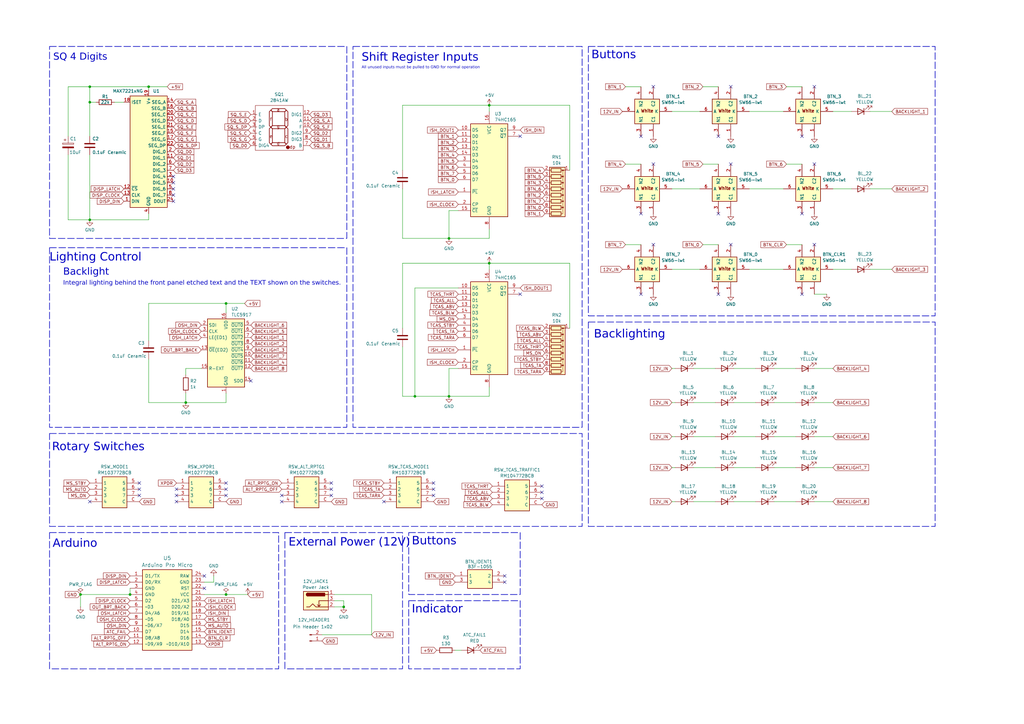
<source format=kicad_sch>
(kicad_sch (version 20231120) (generator "eeschema") (generator_version "8.0")
  (paper "A3")
  (title_block (title "A320 ATC-TCAS") (date "2024-12-20") (rev "V1.0") (company "S.K."))
  (junction (at 170.18 162.56))
  (junction (at 36.83 90.17))
  (junction (at 184.15 162.56))
  (junction (at 200.66 107.95))
  (junction (at 200.66 43.18))
  (junction (at 140.97 248.92))
  (junction (at 33.02 243.84))
  (junction (at 60.96 35.56))
  (junction (at 76.2 165.1))
  (junction (at 36.83 41.91))
  (junction (at 184.15 97.79))
  (junction (at 92.71 124.46))
  (junction (at 92.71 243.84))
  (junction (at 53.34 243.84))
  (junction (at 36.83 35.56))
  (no_connect (at 267.97 35.56))
  (no_connect (at 213.36 55.88))
  (no_connect (at 36.83 205.74))
  (no_connect (at 328.93 87.63))
  (no_connect (at 72.39 200.66))
  (no_connect (at 294.64 87.63))
  (no_connect (at 92.71 198.12))
  (no_connect (at 299.72 35.56))
  (no_connect (at 135.89 203.2))
  (no_connect (at 334.01 35.56))
  (no_connect (at 57.15 203.2))
  (no_connect (at 71.12 80.01))
  (no_connect (at 222.25 204.47))
  (no_connect (at 267.97 67.31))
  (no_connect (at 83.82 236.22))
  (no_connect (at 207.01 238.76))
  (no_connect (at 71.12 82.55))
  (no_connect (at 262.89 87.63))
  (no_connect (at 213.36 120.65))
  (no_connect (at 222.25 201.93))
  (no_connect (at 334.01 100.33))
  (no_connect (at 115.57 205.74))
  (no_connect (at 294.64 55.88))
  (no_connect (at 57.15 200.66))
  (no_connect (at 267.97 100.33))
  (no_connect (at 328.93 120.65))
  (no_connect (at 102.87 156.21))
  (no_connect (at 135.89 198.12))
  (no_connect (at 57.15 198.12))
  (no_connect (at 135.89 200.66))
  (no_connect (at 92.71 200.66))
  (no_connect (at 328.93 55.88))
  (no_connect (at 207.01 236.22))
  (no_connect (at 157.48 205.74))
  (no_connect (at 71.12 74.93))
  (no_connect (at 334.01 67.31))
  (no_connect (at 83.82 241.3))
  (no_connect (at 177.8 198.12))
  (no_connect (at 294.64 120.65))
  (no_connect (at 92.71 203.2))
  (no_connect (at 299.72 67.31))
  (no_connect (at 71.12 77.47))
  (no_connect (at 222.25 199.39))
  (no_connect (at 262.89 55.88))
  (no_connect (at 262.89 120.65))
  (no_connect (at 177.8 200.66))
  (no_connect (at 115.57 203.2))
  (no_connect (at 72.39 203.2))
  (no_connect (at 299.72 100.33))
  (no_connect (at 177.8 203.2))
  (no_connect (at 72.39 205.74))
  (no_connect (at 71.12 72.39))
  (wire (pts (xy 165.1 43.18) (xy 165.1 69.85)))
  (wire (pts (xy 317.5 151.13) (xy 326.39 151.13)))
  (wire (pts (xy 284.48 191.77) (xy 293.37 191.77)))
  (wire (pts (xy 288.29 100.33) (xy 294.64 100.33)))
  (wire (pts (xy 341.63 110.49) (xy 349.25 110.49)))
  (wire (pts (xy 165.1 97.79) (xy 184.15 97.79)))
  (wire (pts (xy 76.2 151.13) (xy 76.2 153.67)))
  (wire (pts (xy 275.59 165.1) (xy 276.86 165.1)))
  (wire (pts (xy 322.58 35.56) (xy 328.93 35.56)))
  (wire (pts (xy 334.01 151.13) (xy 341.63 151.13)))
  (wire (pts (xy 200.66 43.18) (xy 200.66 45.72)))
  (wire (pts (xy 137.16 246.38) (xy 140.97 246.38)))
  (wire (pts (xy 60.96 87.63) (xy 60.96 90.17)))
  (wire (pts (xy 36.83 90.17) (xy 27.94 90.17)))
  (wire (pts (xy 27.94 55.88) (xy 27.94 35.56)))
  (wire (pts (xy 284.48 165.1) (xy 293.37 165.1)))
  (wire (pts (xy 300.99 165.1) (xy 309.88 165.1)))
  (wire (pts (xy 322.58 100.33) (xy 328.93 100.33)))
  (wire (pts (xy 132.08 260.35) (xy 152.4 260.35)))
  (wire (pts (xy 165.1 107.95) (xy 200.66 107.95)))
  (wire (pts (xy 284.48 205.74) (xy 293.37 205.74)))
  (wire (pts (xy 317.5 165.1) (xy 326.39 165.1)))
  (wire (pts (xy 170.18 162.56) (xy 184.15 162.56)))
  (wire (pts (xy 256.54 100.33) (xy 262.89 100.33)))
  (wire (pts (xy 165.1 162.56) (xy 170.18 162.56)))
  (wire (pts (xy 275.59 110.49) (xy 287.02 110.49)))
  (wire (pts (xy 317.5 179.07) (xy 326.39 179.07)))
  (wire (pts (xy 184.15 86.36) (xy 184.15 97.79)))
  (wire (pts (xy 275.59 77.47) (xy 287.02 77.47)))
  (wire (pts (xy 137.16 243.84) (xy 152.4 243.84)))
  (wire (pts (xy 275.59 205.74) (xy 276.86 205.74)))
  (wire (pts (xy 200.66 97.79) (xy 200.66 93.98)))
  (wire (pts (xy 33.02 243.84) (xy 53.34 243.84)))
  (wire (pts (xy 284.48 151.13) (xy 293.37 151.13)))
  (wire (pts (xy 165.1 142.24) (xy 165.1 162.56)))
  (wire (pts (xy 184.15 151.13) (xy 187.96 151.13)))
  (wire (pts (xy 341.63 77.47) (xy 349.25 77.47)))
  (wire (pts (xy 200.66 107.95) (xy 200.66 110.49)))
  (wire (pts (xy 36.83 63.5) (xy 36.83 90.17)))
  (wire (pts (xy 341.63 45.72) (xy 349.25 45.72)))
  (wire (pts (xy 60.96 124.46) (xy 92.71 124.46)))
  (wire (pts (xy 184.15 151.13) (xy 184.15 162.56)))
  (wire (pts (xy 356.87 110.49) (xy 365.76 110.49)))
  (wire (pts (xy 317.5 191.77) (xy 326.39 191.77)))
  (wire (pts (xy 92.71 124.46) (xy 100.33 124.46)))
  (wire (pts (xy 200.66 107.95) (xy 233.68 107.95)))
  (wire (pts (xy 36.83 41.91) (xy 36.83 55.88)))
  (wire (pts (xy 184.15 97.79) (xy 200.66 97.79)))
  (wire (pts (xy 137.16 248.92) (xy 140.97 248.92)))
  (wire (pts (xy 300.99 179.07) (xy 309.88 179.07)))
  (wire (pts (xy 275.59 179.07) (xy 276.86 179.07)))
  (wire (pts (xy 53.34 241.3) (xy 53.34 243.84)))
  (wire (pts (xy 233.68 134.62) (xy 233.68 107.95)))
  (wire (pts (xy 334.01 191.77) (xy 341.63 191.77)))
  (wire (pts (xy 200.66 43.18) (xy 233.68 43.18)))
  (wire (pts (xy 300.99 205.74) (xy 309.88 205.74)))
  (wire (pts (xy 60.96 90.17) (xy 36.83 90.17)))
  (wire (pts (xy 233.68 69.85) (xy 233.68 43.18)))
  (wire (pts (xy 83.82 238.76) (xy 87.63 238.76)))
  (wire (pts (xy 256.54 35.56) (xy 262.89 35.56)))
  (wire (pts (xy 300.99 191.77) (xy 309.88 191.77)))
  (wire (pts (xy 184.15 86.36) (xy 187.96 86.36)))
  (wire (pts (xy 60.96 35.56) (xy 60.96 36.83)))
  (wire (pts (xy 39.37 41.91) (xy 36.83 41.91)))
  (wire (pts (xy 36.83 35.56) (xy 60.96 35.56)))
  (wire (pts (xy 76.2 161.29) (xy 76.2 165.1)))
  (wire (pts (xy 165.1 77.47) (xy 165.1 97.79)))
  (wire (pts (xy 200.66 162.56) (xy 200.66 158.75)))
  (wire (pts (xy 256.54 67.31) (xy 262.89 67.31)))
  (wire (pts (xy 60.96 165.1) (xy 76.2 165.1)))
  (wire (pts (xy 334.01 165.1) (xy 341.63 165.1)))
  (wire (pts (xy 27.94 63.5) (xy 27.94 90.17)))
  (wire (pts (xy 184.15 162.56) (xy 200.66 162.56)))
  (wire (pts (xy 36.83 41.91) (xy 36.83 35.56)))
  (wire (pts (xy 60.96 124.46) (xy 60.96 139.7)))
  (wire (pts (xy 76.2 165.1) (xy 92.71 165.1)))
  (wire (pts (xy 82.55 151.13) (xy 76.2 151.13)))
  (wire (pts (xy 307.34 45.72) (xy 321.31 45.72)))
  (wire (pts (xy 288.29 35.56) (xy 294.64 35.56)))
  (wire (pts (xy 170.18 118.11) (xy 170.18 162.56)))
  (wire (pts (xy 46.99 41.91) (xy 50.8 41.91)))
  (wire (pts (xy 165.1 107.95) (xy 165.1 134.62)))
  (wire (pts (xy 288.29 67.31) (xy 294.64 67.31)))
  (wire (pts (xy 92.71 124.46) (xy 92.71 128.27)))
  (wire (pts (xy 68.58 35.56) (xy 60.96 35.56)))
  (wire (pts (xy 87.63 238.76) (xy 87.63 236.22)))
  (wire (pts (xy 275.59 151.13) (xy 276.86 151.13)))
  (wire (pts (xy 60.96 147.32) (xy 60.96 165.1)))
  (wire (pts (xy 334.01 179.07) (xy 341.63 179.07)))
  (wire (pts (xy 307.34 110.49) (xy 321.31 110.49)))
  (wire (pts (xy 356.87 77.47) (xy 365.76 77.47)))
  (wire (pts (xy 307.34 77.47) (xy 321.31 77.47)))
  (wire (pts (xy 140.97 246.38) (xy 140.97 248.92)))
  (wire (pts (xy 322.58 67.31) (xy 328.93 67.31)))
  (wire (pts (xy 92.71 165.1) (xy 92.71 161.29)))
  (wire (pts (xy 275.59 45.72) (xy 287.02 45.72)))
  (wire (pts (xy 317.5 205.74) (xy 326.39 205.74)))
  (wire (pts (xy 83.82 243.84) (xy 92.71 243.84)))
  (wire (pts (xy 33.02 248.92) (xy 33.02 243.84)))
  (wire (pts (xy 275.59 191.77) (xy 276.86 191.77)))
  (wire (pts (xy 152.4 243.84) (xy 152.4 260.35)))
  (wire (pts (xy 334.01 120.65) (xy 339.09 120.65)))
  (wire (pts (xy 300.99 151.13) (xy 309.88 151.13)))
  (wire (pts (xy 27.94 35.56) (xy 36.83 35.56)))
  (wire (pts (xy 284.48 179.07) (xy 293.37 179.07)))
  (wire (pts (xy 187.96 118.11) (xy 170.18 118.11)))
  (wire (pts (xy 334.01 205.74) (xy 341.63 205.74)))
  (wire (pts (xy 92.71 243.84) (xy 101.6 243.84)))
  (wire (pts (xy 165.1 43.18) (xy 200.66 43.18)))
  (wire (pts (xy 356.87 45.72) (xy 365.76 45.72)))
  (wire (pts (xy 186.69 266.7) (xy 189.23 266.7)))
  (rectangle (start 144.78 19.05) (end 238.76 175.26) (stroke (width 0.254) (type dash)))
  (rectangle (start 116.84 218.44) (end 165.1 274.32) (stroke (width 0.254) (type dash)))
  (rectangle (start 167.64 218.44) (end 213.36 243.84) (stroke (width 0.254) (type dash)))
  (rectangle (start 20.32 101.6) (end 142.24 175.26) (stroke (width 0.254) (type dash)))
  (rectangle (start 20.32 218.44) (end 114.3 274.32) (stroke (width 0.254) (type dash)))
  (rectangle (start 20.32 177.8) (end 238.76 215.9) (stroke (width 0.254) (type dash)))
  (rectangle (start 241.2999 132.08) (end 383.54 215.9) (stroke (width 0.254) (type dash)))
  (rectangle (start 20.32 19.05) (end 142.24 97.79) (stroke (width 0.254) (type dash)))
  (rectangle (start 167.64 246.38) (end 213.36 274.32) (stroke (width 0.254) (type dash)))
  (rectangle (start 241.3 19.05) (end 383.54 129.54) (stroke (width 0.254) (type dash)))
  (text "White" (at 331.47 110.49 0) (effects (font (size 1.27 1.27) (thickness 0.254) (bold yes))))
  (text "Shift Register Inputs" (at 148.336 22.606 0) (effects (font (size 3.3782 3.3782)) (justify left top)))
  (text "White" (at 265.43 77.47 0) (effects (font (size 1.27 1.27) (thickness 0.254) (bold yes))))
  (text "White" (at 265.43 110.49 0) (effects (font (size 1.27 1.27) (thickness 0.254) (bold yes))))
  (text "Indicator" (at 168.91 248.92 0) (effects (font (size 3.3782 3.3782)) (justify left top)))
  (text "External Power (12V)" (at 118.364 221.488 0) (effects (font (size 3.3782 3.3782)) (justify left top)))
  (text "Integral lighting behind the front panel etched text and the TEXT shown on the switches." (at 25.908 115.6208 0) (effects (font (size 1.8288 1.8288)) (justify left top)))
  (text "Rotary Switches" (at 21.336 182.372 0) (effects (font (size 3.3782 3.3782)) (justify left top)))
  (text "White" (at 297.18 110.49 0) (effects (font (size 1.27 1.27) (thickness 0.254) (bold yes))))
  (text "White" (at 265.43 45.72 0) (effects (font (size 1.27 1.27) (thickness 0.254) (bold yes))))
  (text "White" (at 297.18 77.47 0) (effects (font (size 1.27 1.27) (thickness 0.254) (bold yes))))
  (text "SQ 4 Digits" (at 21.844 22.606 0) (effects (font (size 2.8448 2.8448)) (justify left top)))
  (text "All unused inputs must be pulled to GND for normal operation" (at 148.336 27.4066 0) (effects (font (size 1.1176 1.1176)) (justify left top)))
  (text "Backlight" (at 25.908 110.744 0) (effects (font (size 2.8956 2.8956)) (justify left top)))
  (text "Buttons" (at 168.91 220.98 0) (effects (font (size 3.3782 3.3782)) (justify left top)))
  (text "Buttons" (at 242.57 21.59 0) (effects (font (size 3.3782 3.3782)) (justify left top)))
  (text "White" (at 331.47 77.47 0) (effects (font (size 1.27 1.27) (thickness 0.254) (bold yes))))
  (text "Backlighting" (at 243.586 136.144 0) (effects (font (size 3.3782 3.3782)) (justify left top)))
  (text "Lighting Control" (at 20.32 104.5718 0) (effects (font (size 3.3782 3.3782)) (justify left top)))
  (text "White" (at 297.18 45.72 0) (effects (font (size 1.27 1.27) (thickness 0.254) (bold yes))))
  (text "Arduino" (at 21.59 221.996 0) (effects (font (size 3.3782 3.3782)) (justify left top)))
  (text "White" (at 331.47 45.72 0) (effects (font (size 1.27 1.27) (thickness 0.254) (bold yes))))
  (global_label "TCAS_TA" (shape input) (at 157.48 200.66 180) (property "Intersheetrefs" "${INTERSHEET_REFS}" (effects (hide yes))))
  (global_label "BTN_4" (shape input) (at 187.96 63.5 180) (property "Intersheetrefs" "${INTERSHEET_REFS}" (effects (hide yes))))
  (global_label "BTN_IDENT" (shape input) (at 83.82 259.08 0) (property "Intersheetrefs" "${INTERSHEET_REFS}" (effects (hide yes))))
  (global_label "BTN_1" (shape input) (at 187.96 55.88 180) (property "Intersheetrefs" "${INTERSHEET_REFS}" (effects (hide yes))))
  (global_label "TCAS_STBY" (shape input) (at 187.96 133.35 180) (property "Intersheetrefs" "${INTERSHEET_REFS}" (effects (hide yes))))
  (global_label "ISH_LATCH" (shape input) (at 187.96 143.51 180) (property "Intersheetrefs" "${INTERSHEET_REFS}" (effects (hide yes))))
  (global_label "ISH_CLOCK" (shape input) (at 83.82 248.92 0) (property "Intersheetrefs" "${INTERSHEET_REFS}" (effects (hide yes))))
  (global_label "TCAS_TARA" (shape input) (at 157.48 203.2 180) (property "Intersheetrefs" "${INTERSHEET_REFS}" (effects (hide yes))))
  (global_label "BTN_0" (shape input) (at 187.96 73.66 180) (property "Intersheetrefs" "${INTERSHEET_REFS}" (effects (hide yes))))
  (global_label "BACKLIGHT_2" (shape input) (at 365.76 77.47 0) (property "Intersheetrefs" "${INTERSHEET_REFS}" (effects (hide yes))))
  (global_label "SQ_D2" (shape input) (at 127 54.61 0) (property "Intersheetrefs" "${INTERSHEET_REFS}" (effects (hide yes))))
  (global_label "ISH_DIN" (shape input) (at 213.36 53.34 0) (property "Intersheetrefs" "${INTERSHEET_REFS}" (effects (hide yes))))
  (global_label "BTN_1" (shape input) (at 223.52 87.63 180) (property "Intersheetrefs" "${INTERSHEET_REFS}" (effects (hide yes))))
  (global_label "SQ_S_C" (shape input) (at 102.87 54.61 180) (property "Intersheetrefs" "${INTERSHEET_REFS}" (effects (hide yes))))
  (global_label "OSH_LATCH" (shape input) (at 82.55 138.43 180) (property "Intersheetrefs" "${INTERSHEET_REFS}" (effects (hide yes))))
  (global_label "GND" (shape input) (at 33.02 243.84 180) (property "Intersheetrefs" "${INTERSHEET_REFS}" (effects (hide yes))))
  (global_label "SQ_S_A" (shape input) (at 71.12 41.91 0) (property "Intersheetrefs" "${INTERSHEET_REFS}" (effects (hide yes))))
  (global_label "TCAS_ALL" (shape input) (at 187.96 123.19 180) (property "Intersheetrefs" "${INTERSHEET_REFS}" (effects (hide yes))))
  (global_label "OSH_LATCH" (shape input) (at 53.34 251.46 180) (property "Intersheetrefs" "${INTERSHEET_REFS}" (effects (hide yes))))
  (global_label "BTN_4" (shape input) (at 223.52 69.85 180) (property "Intersheetrefs" "${INTERSHEET_REFS}" (effects (hide yes))))
  (global_label "BTN_6" (shape input) (at 223.52 77.47 180) (property "Intersheetrefs" "${INTERSHEET_REFS}" (effects (hide yes))))
  (global_label "ALT_RPTG_ON" (shape input) (at 53.34 264.16 180) (property "Intersheetrefs" "${INTERSHEET_REFS}" (effects (hide yes))))
  (global_label "OUT_BRT_BACK" (shape input) (at 53.34 248.92 180) (property "Intersheetrefs" "${INTERSHEET_REFS}" (effects (hide yes))))
  (global_label "TCAS_BLW" (shape input) (at 187.96 128.27 180) (property "Intersheetrefs" "${INTERSHEET_REFS}" (effects (hide yes))))
  (global_label "BACKLIGHT_1" (shape input) (at 102.87 138.43 0) (property "Intersheetrefs" "${INTERSHEET_REFS}" (effects (hide yes))))
  (global_label "SQ_S_F" (shape input) (at 71.12 54.61 0) (property "Intersheetrefs" "${INTERSHEET_REFS}" (effects (hide yes))))
  (global_label "ATC_FAIL" (shape input) (at 53.34 259.08 180) (property "Intersheetrefs" "${INTERSHEET_REFS}" (effects (hide yes))))
  (global_label "OSH_DIN" (shape input) (at 53.34 256.54 180) (property "Intersheetrefs" "${INTERSHEET_REFS}" (effects (hide yes))))
  (global_label "TCAS_THRT" (shape input) (at 201.93 199.39 180) (property "Intersheetrefs" "${INTERSHEET_REFS}" (effects (hide yes))))
  (global_label "ATC_FAIL" (shape input) (at 196.85 266.7 0) (property "Intersheetrefs" "${INTERSHEET_REFS}" (effects (hide yes))))
  (global_label "MS_AUTO" (shape input) (at 83.82 256.54 0) (property "Intersheetrefs" "${INTERSHEET_REFS}" (effects (hide yes))))
  (global_label "SQ_D1" (shape input) (at 127 57.15 0) (property "Intersheetrefs" "${INTERSHEET_REFS}" (effects (hide yes))))
  (global_label "BTN_1" (shape input) (at 256.54 35.56 180) (property "Intersheetrefs" "${INTERSHEET_REFS}" (effects (hide yes))))
  (global_label "12V_IN" (shape input) (at 275.59 179.07 180) (property "Intersheetrefs" "${INTERSHEET_REFS}" (effects (hide yes))))
  (global_label "SQ_S_DP" (shape input) (at 71.12 59.69 0) (property "Intersheetrefs" "${INTERSHEET_REFS}" (effects (hide yes))))
  (global_label "SQ_D3" (shape input) (at 127 46.99 0) (property "Intersheetrefs" "${INTERSHEET_REFS}" (effects (hide yes))))
  (global_label "BACKLIGHT_3" (shape input) (at 365.76 110.49 0) (property "Intersheetrefs" "${INTERSHEET_REFS}" (effects (hide yes))))
  (global_label "BACKLIGHT_8" (shape input) (at 341.63 205.74 0) (property "Intersheetrefs" "${INTERSHEET_REFS}" (effects (hide yes))))
  (global_label "DISP_CLOCK" (shape input) (at 50.8 80.01 180) (property "Intersheetrefs" "${INTERSHEET_REFS}" (effects (hide yes))))
  (global_label "MS_ON" (shape input) (at 223.52 144.78 180) (property "Intersheetrefs" "${INTERSHEET_REFS}" (effects (hide yes))))
  (global_label "BTN_CLR" (shape input) (at 322.58 100.33 180) (property "Intersheetrefs" "${INTERSHEET_REFS}" (effects (hide yes))))
  (global_label "BTN_5" (shape input) (at 223.52 72.39 180) (property "Intersheetrefs" "${INTERSHEET_REFS}" (effects (hide yes))))
  (global_label "12V_IN" (shape input) (at 275.59 151.13 180) (property "Intersheetrefs" "${INTERSHEET_REFS}" (effects (hide yes))))
  (global_label "BACKLIGHT_1" (shape input) (at 365.76 45.72 0) (property "Intersheetrefs" "${INTERSHEET_REFS}" (effects (hide yes))))
  (global_label "SQ_S_C" (shape input) (at 71.12 46.99 0) (property "Intersheetrefs" "${INTERSHEET_REFS}" (effects (hide yes))))
  (global_label "OSH_CLOCK" (shape input) (at 82.55 135.89 180) (property "Intersheetrefs" "${INTERSHEET_REFS}" (effects (hide yes))))
  (global_label "TCAS_TA" (shape input) (at 223.52 149.86 180) (property "Intersheetrefs" "${INTERSHEET_REFS}" (effects (hide yes))))
  (global_label "BTN_IDENT" (shape input) (at 186.69 236.22 180) (property "Intersheetrefs" "${INTERSHEET_REFS}" (effects (hide yes))))
  (global_label "+5V" (shape input) (at 179.07 266.7 180) (property "Intersheetrefs" "${INTERSHEET_REFS}" (effects (hide yes))))
  (global_label "BTN_2" (shape input) (at 223.52 80.01 180) (property "Intersheetrefs" "${INTERSHEET_REFS}" (effects (hide yes))))
  (global_label "12V_IN" (shape input) (at 275.59 191.77 180) (property "Intersheetrefs" "${INTERSHEET_REFS}" (effects (hide yes))))
  (global_label "GND" (shape input) (at 135.89 205.74 0) (property "Intersheetrefs" "${INTERSHEET_REFS}" (effects (hide yes))))
  (global_label "MS_AUTO" (shape input) (at 36.83 200.66 180) (property "Intersheetrefs" "${INTERSHEET_REFS}" (effects (hide yes))))
  (global_label "BTN_2" (shape input) (at 187.96 58.42 180) (property "Intersheetrefs" "${INTERSHEET_REFS}" (effects (hide yes))))
  (global_label "ALT_RPTG_ON" (shape input) (at 115.57 198.12 180) (property "Intersheetrefs" "${INTERSHEET_REFS}" (effects (hide yes))))
  (global_label "BACKLIGHT_4" (shape input) (at 102.87 148.59 0) (property "Intersheetrefs" "${INTERSHEET_REFS}" (effects (hide yes))))
  (global_label "ISH_DIN" (shape input) (at 83.82 251.46 0) (property "Intersheetrefs" "${INTERSHEET_REFS}" (effects (hide yes))))
  (global_label "+5V" (shape input) (at 100.33 124.46 0) (property "Intersheetrefs" "${INTERSHEET_REFS}" (effects (hide yes))))
  (global_label "BACKLIGHT_8" (shape input) (at 102.87 151.13 0) (property "Intersheetrefs" "${INTERSHEET_REFS}" (effects (hide yes))))
  (global_label "BTN_7" (shape input) (at 187.96 71.12 180) (property "Intersheetrefs" "${INTERSHEET_REFS}" (effects (hide yes))))
  (global_label "GND" (shape input) (at 92.71 205.74 0) (property "Intersheetrefs" "${INTERSHEET_REFS}" (effects (hide yes))))
  (global_label "GND" (shape input) (at 57.15 205.74 0) (property "Intersheetrefs" "${INTERSHEET_REFS}" (effects (hide yes))))
  (global_label "XPDR" (shape input) (at 72.39 198.12 180) (property "Intersheetrefs" "${INTERSHEET_REFS}" (effects (hide yes))))
  (global_label "BTN_4" (shape input) (at 256.54 67.31 180) (property "Intersheetrefs" "${INTERSHEET_REFS}" (effects (hide yes))))
  (global_label "BTN_5" (shape input) (at 187.96 66.04 180) (property "Intersheetrefs" "${INTERSHEET_REFS}" (effects (hide yes))))
  (global_label "SQ_S_B" (shape input) (at 127 59.69 0) (property "Intersheetrefs" "${INTERSHEET_REFS}" (effects (hide yes))))
  (global_label "MS_STBY" (shape input) (at 83.82 254 0) (property "Intersheetrefs" "${INTERSHEET_REFS}" (effects (hide yes))))
  (global_label "SQ_S_D" (shape input) (at 102.87 49.53 180) (property "Intersheetrefs" "${INTERSHEET_REFS}" (effects (hide yes))))
  (global_label "DISP_DIN" (shape input) (at 53.34 236.22 180) (property "Intersheetrefs" "${INTERSHEET_REFS}" (effects (hide yes))))
  (global_label "BACKLIGHT_6" (shape input) (at 341.63 179.07 0) (property "Intersheetrefs" "${INTERSHEET_REFS}" (effects (hide yes))))
  (global_label "SQ_D1" (shape input) (at 71.12 64.77 0) (property "Intersheetrefs" "${INTERSHEET_REFS}" (effects (hide yes))))
  (global_label "ALT_RPTG_OFF" (shape input) (at 115.57 200.66 180) (property "Intersheetrefs" "${INTERSHEET_REFS}" (effects (hide yes))))
  (global_label "TCAS_TARA" (shape input) (at 223.52 152.4 180) (property "Intersheetrefs" "${INTERSHEET_REFS}" (effects (hide yes))))
  (global_label "TCAS_STBY" (shape input) (at 223.52 147.32 180) (property "Intersheetrefs" "${INTERSHEET_REFS}" (effects (hide yes))))
  (global_label "ISH_CLOCK" (shape input) (at 187.96 83.82 180) (property "Intersheetrefs" "${INTERSHEET_REFS}" (effects (hide yes))))
  (global_label "GND" (shape input) (at 132.08 262.89 0) (property "Intersheetrefs" "${INTERSHEET_REFS}" (effects (hide yes))))
  (global_label "+5V" (shape input) (at 68.58 35.56 0) (property "Intersheetrefs" "${INTERSHEET_REFS}" (effects (hide yes))))
  (global_label "BACKLIGHT_2" (shape input) (at 102.87 140.97 0) (property "Intersheetrefs" "${INTERSHEET_REFS}" (effects (hide yes))))
  (global_label "SQ_D0" (shape input) (at 102.87 59.69 180) (property "Intersheetrefs" "${INTERSHEET_REFS}" (effects (hide yes))))
  (global_label "BTN_0" (shape input) (at 288.29 100.33 180) (property "Intersheetrefs" "${INTERSHEET_REFS}" (effects (hide yes))))
  (global_label "BACKLIGHT_6" (shape input) (at 102.87 133.35 0) (property "Intersheetrefs" "${INTERSHEET_REFS}" (effects (hide yes))))
  (global_label "SQ_S_DP" (shape input) (at 102.87 52.07 180) (property "Intersheetrefs" "${INTERSHEET_REFS}" (effects (hide yes))))
  (global_label "ISH_CLOCK" (shape input) (at 187.96 148.59 180) (property "Intersheetrefs" "${INTERSHEET_REFS}" (effects (hide yes))))
  (global_label "DISP_CLOCK" (shape input) (at 53.34 246.38 180) (property "Intersheetrefs" "${INTERSHEET_REFS}" (effects (hide yes))))
  (global_label "SQ_D0" (shape input) (at 71.12 62.23 0) (property "Intersheetrefs" "${INTERSHEET_REFS}" (effects (hide yes))))
  (global_label "12V_IN" (shape input) (at 255.27 110.49 180) (property "Intersheetrefs" "${INTERSHEET_REFS}" (effects (hide yes))))
  (global_label "TCAS_ABV" (shape input) (at 201.93 204.47 180) (property "Intersheetrefs" "${INTERSHEET_REFS}" (effects (hide yes))))
  (global_label "BTN_3" (shape input) (at 187.96 60.96 180) (property "Intersheetrefs" "${INTERSHEET_REFS}" (effects (hide yes))))
  (global_label "SQ_S_A" (shape input) (at 127 49.53 0) (property "Intersheetrefs" "${INTERSHEET_REFS}" (effects (hide yes))))
  (global_label "BTN_2" (shape input) (at 288.29 35.56 180) (property "Intersheetrefs" "${INTERSHEET_REFS}" (effects (hide yes))))
  (global_label "BACKLIGHT_7" (shape input) (at 341.63 191.77 0) (property "Intersheetrefs" "${INTERSHEET_REFS}" (effects (hide yes))))
  (global_label "12V_IN" (shape input) (at 255.27 77.47 180) (property "Intersheetrefs" "${INTERSHEET_REFS}" (effects (hide yes))))
  (global_label "MS_ON" (shape input) (at 187.96 130.81 180) (property "Intersheetrefs" "${INTERSHEET_REFS}" (effects (hide yes))))
  (global_label "GND" (shape input) (at 186.69 238.76 180) (property "Intersheetrefs" "${INTERSHEET_REFS}" (effects (hide yes))))
  (global_label "TCAS_ALL" (shape input) (at 223.52 139.7 180) (property "Intersheetrefs" "${INTERSHEET_REFS}" (effects (hide yes))))
  (global_label "BTN_6" (shape input) (at 322.58 67.31 180) (property "Intersheetrefs" "${INTERSHEET_REFS}" (effects (hide yes))))
  (global_label "MS_STBY" (shape input) (at 36.83 198.12 180) (property "Intersheetrefs" "${INTERSHEET_REFS}" (effects (hide yes))))
  (global_label "12V_IN" (shape input) (at 275.59 165.1 180) (property "Intersheetrefs" "${INTERSHEET_REFS}" (effects (hide yes))))
  (global_label "BTN_3" (shape input) (at 322.58 35.56 180) (property "Intersheetrefs" "${INTERSHEET_REFS}" (effects (hide yes))))
  (global_label "SQ_S_G" (shape input) (at 102.87 57.15 180) (property "Intersheetrefs" "${INTERSHEET_REFS}" (effects (hide yes))))
  (global_label "BTN_3" (shape input) (at 223.52 74.93 180) (property "Intersheetrefs" "${INTERSHEET_REFS}" (effects (hide yes))))
  (global_label "SQ_S_E" (shape input) (at 102.87 46.99 180) (property "Intersheetrefs" "${INTERSHEET_REFS}" (effects (hide yes))))
  (global_label "OSH_CLOCK" (shape input) (at 53.34 254 180) (property "Intersheetrefs" "${INTERSHEET_REFS}" (effects (hide yes))))
  (global_label "ISH_DOUT1" (shape input) (at 213.36 118.11 0) (property "Intersheetrefs" "${INTERSHEET_REFS}" (effects (hide yes))))
  (global_label "SQ_D2" (shape input) (at 71.12 67.31 0) (property "Intersheetrefs" "${INTERSHEET_REFS}" (effects (hide yes))))
  (global_label "TCAS_BLW" (shape input) (at 223.52 134.62 180) (property "Intersheetrefs" "${INTERSHEET_REFS}" (effects (hide yes))))
  (global_label "BTN_5" (shape input) (at 288.29 67.31 180) (property "Intersheetrefs" "${INTERSHEET_REFS}" (effects (hide yes))))
  (global_label "SQ_S_G" (shape input) (at 71.12 57.15 0) (property "Intersheetrefs" "${INTERSHEET_REFS}" (effects (hide yes))))
  (global_label "XPDR" (shape input) (at 83.82 264.16 0) (property "Intersheetrefs" "${INTERSHEET_REFS}" (effects (hide yes))))
  (global_label "ISH_LATCH" (shape input) (at 187.96 78.74 180) (property "Intersheetrefs" "${INTERSHEET_REFS}" (effects (hide yes))))
  (global_label "ISH_DOUT1" (shape input) (at 187.96 53.34 180) (property "Intersheetrefs" "${INTERSHEET_REFS}" (effects (hide yes))))
  (global_label "TCAS_TARA" (shape input) (at 187.96 138.43 180) (property "Intersheetrefs" "${INTERSHEET_REFS}" (effects (hide yes))))
  (global_label "TCAS_BLW" (shape input) (at 201.93 207.01 180) (property "Intersheetrefs" "${INTERSHEET_REFS}" (effects (hide yes))))
  (global_label "12V_IN" (shape input) (at 275.59 205.74 180) (property "Intersheetrefs" "${INTERSHEET_REFS}" (effects (hide yes))))
  (global_label "SQ_S_B" (shape input) (at 71.12 44.45 0) (property "Intersheetrefs" "${INTERSHEET_REFS}" (effects (hide yes))))
  (global_label "BACKLIGHT_7" (shape input) (at 102.87 146.05 0) (property "Intersheetrefs" "${INTERSHEET_REFS}" (effects (hide yes))))
  (global_label "BTN_6" (shape input) (at 187.96 68.58 180) (property "Intersheetrefs" "${INTERSHEET_REFS}" (effects (hide yes))))
  (global_label "TCAS_ALL" (shape input) (at 201.93 201.93 180) (property "Intersheetrefs" "${INTERSHEET_REFS}" (effects (hide yes))))
  (global_label "GND" (shape input) (at 177.8 205.74 0) (property "Intersheetrefs" "${INTERSHEET_REFS}" (effects (hide yes))))
  (global_label "BACKLIGHT_4" (shape input) (at 341.63 151.13 0) (property "Intersheetrefs" "${INTERSHEET_REFS}" (effects (hide yes))))
  (global_label "TCAS_ABV" (shape input) (at 223.52 137.16 180) (property "Intersheetrefs" "${INTERSHEET_REFS}" (effects (hide yes))))
  (global_label "12V_IN" (shape input) (at 152.4 260.35 0) (property "Intersheetrefs" "${INTERSHEET_REFS}" (effects (hide yes))))
  (global_label "+5V" (shape input) (at 101.6 243.84 0) (property "Intersheetrefs" "${INTERSHEET_REFS}" (effects (hide yes))))
  (global_label "BACKLIGHT_5" (shape input) (at 102.87 135.89 0) (property "Intersheetrefs" "${INTERSHEET_REFS}" (effects (hide yes))))
  (global_label "TCAS_TA" (shape input) (at 187.96 135.89 180) (property "Intersheetrefs" "${INTERSHEET_REFS}" (effects (hide yes))))
  (global_label "DISP_DIN" (shape input) (at 50.8 82.55 180) (property "Intersheetrefs" "${INTERSHEET_REFS}" (effects (hide yes))))
  (global_label "BACKLIGHT_3" (shape input) (at 102.87 143.51 0) (property "Intersheetrefs" "${INTERSHEET_REFS}" (effects (hide yes))))
  (global_label "OSH_DIN" (shape input) (at 82.55 133.35 180) (property "Intersheetrefs" "${INTERSHEET_REFS}" (effects (hide yes))))
  (global_label "SQ_S_F" (shape input) (at 127 52.07 0) (property "Intersheetrefs" "${INTERSHEET_REFS}" (effects (hide yes))))
  (global_label "12V_IN" (shape input) (at 255.27 45.72 180) (property "Intersheetrefs" "${INTERSHEET_REFS}" (effects (hide yes))))
  (global_label "TCAS_THRT" (shape input) (at 223.52 142.24 180) (property "Intersheetrefs" "${INTERSHEET_REFS}" (effects (hide yes))))
  (global_label "GND" (shape input) (at 222.25 207.01 0) (property "Intersheetrefs" "${INTERSHEET_REFS}" (effects (hide yes))))
  (global_label "SQ_S_D" (shape input) (at 71.12 49.53 0) (property "Intersheetrefs" "${INTERSHEET_REFS}" (effects (hide yes))))
  (global_label "ISH_LATCH" (shape input) (at 83.82 246.38 0) (property "Intersheetrefs" "${INTERSHEET_REFS}" (effects (hide yes))))
  (global_label "OUT_BRT_BACK" (shape input) (at 82.55 143.51 180) (property "Intersheetrefs" "${INTERSHEET_REFS}" (effects (hide yes))))
  (global_label "DISP_LATCH" (shape input) (at 50.8 77.47 180) (property "Intersheetrefs" "${INTERSHEET_REFS}" (effects (hide yes))))
  (global_label "BTN_CLR" (shape input) (at 83.82 261.62 0) (property "Intersheetrefs" "${INTERSHEET_REFS}" (effects (hide yes))))
  (global_label "BACKLIGHT_5" (shape input) (at 341.63 165.1 0) (property "Intersheetrefs" "${INTERSHEET_REFS}" (effects (hide yes))))
  (global_label "SQ_S_E" (shape input) (at 71.12 52.07 0) (property "Intersheetrefs" "${INTERSHEET_REFS}" (effects (hide yes))))
  (global_label "MS_ON" (shape input) (at 36.83 203.2 180) (property "Intersheetrefs" "${INTERSHEET_REFS}" (effects (hide yes))))
  (global_label "ALT_RPTG_OFF" (shape input) (at 53.34 261.62 180) (property "Intersheetrefs" "${INTERSHEET_REFS}" (effects (hide yes))))
  (global_label "SQ_D3" (shape input) (at 71.12 69.85 0) (property "Intersheetrefs" "${INTERSHEET_REFS}" (effects (hide yes))))
  (global_label "BTN_0" (shape input) (at 223.52 85.09 180) (property "Intersheetrefs" "${INTERSHEET_REFS}" (effects (hide yes))))
  (global_label "DISP_LATCH" (shape input) (at 53.34 238.76 180) (property "Intersheetrefs" "${INTERSHEET_REFS}" (effects (hide yes))))
  (global_label "TCAS_ABV" (shape input) (at 187.96 125.73 180) (property "Intersheetrefs" "${INTERSHEET_REFS}" (effects (hide yes))))
  (global_label "TCAS_STBY" (shape input) (at 157.48 198.12 180) (property "Intersheetrefs" "${INTERSHEET_REFS}" (effects (hide yes))))
  (global_label "BTN_7" (shape input) (at 256.54 100.33 180) (property "Intersheetrefs" "${INTERSHEET_REFS}" (effects (hide yes))))
  (global_label "TCAS_THRT" (shape input) (at 187.96 120.65 180) (property "Intersheetrefs" "${INTERSHEET_REFS}" (effects (hide yes))))
  (global_label "BTN_7" (shape input) (at 223.52 82.55 180) (property "Intersheetrefs" "${INTERSHEET_REFS}" (effects (hide yes))))
  (symbol (lib_id "power:GND") (at 267.97 55.88 0) (unit 1)
    (property "Reference" "#PWR011" (effects (hide yes)))
    (property "Value" "GND" (at 267.97 60.0131 0))
    (property "Description" "Power symbol creates a global label with name \"GND\" , ground" (effects (hide yes)))
  )
  (symbol (lib_id "power:+5V") (at 200.66 43.18 0) (unit 1)
    (property "Reference" "#PWR09" (effects (hide yes)))
    (property "Value" "+5V" (at 200.66 39.0469 0))
    (property "Description" "Power symbol creates a global label with name \"+5V\"" (effects (hide yes)))
  )
  (symbol (lib_id "power:GND") (at 76.2 165.1 0) (unit 1)
    (property "Reference" "#PWR04" (effects (hide yes)))
    (property "Value" "GND" (at 76.2 169.2331 0))
    (property "Description" "Power symbol creates a global label with name \"GND\" , ground" (effects (hide yes)))
  )
  (symbol (lib_id "Device:LED") (at 297.18 151.13 180) (unit 1)
    (property "Reference" "BL_2" (at 298.7675 144.8265 0))
    (property "Value" "YELLOW" (at 298.7675 147.2508 0))
    (property "Footprint" "LED_THT:LED_D3.0mm" (effects (hide yes)))
    (property "Description" "Light emitting diode" (effects (hide yes)))
  )
  (symbol (lib_id "MyLibrary:SW66-lwt") (at 297.18 77.47 0) (unit 1)
    (property "Reference" "BTN_5" (at 307.82 71.325 0))
    (property "Value" "SW66-lwt" (at 307.82 73.7493 0))
    (property "Footprint" "My:SW66-lwt" (effects (hide yes)))
  )
  (symbol (lib_id "Device:LED") (at 297.18 205.74 180) (unit 1)
    (property "Reference" "BL_18" (at 298.7675 199.4365 0))
    (property "Value" "YELLOW" (at 298.7675 201.8608 0))
    (property "Footprint" "LED_THT:LED_D3.0mm" (effects (hide yes)))
    (property "Description" "Light emitting diode" (effects (hide yes)))
  )
  (symbol (lib_id "SamacSys_Parts:RM103772BCB") (at 201.93 199.39 0) (unit 1)
    (property "Reference" "RSW_TCAS_TRAFFIC1" (at 212.09 192.7055 0))
    (property "Value" "RM104772BCB" (at 212.09 195.1298 0))
    (property "Footprint" "My:myRM103772BCB" (effects (hide yes)))
    (property "Datasheet" "https://www.ckswitches.com/media/1910/rm.pdf" (effects (hide yes)))
    (property "Description" "Rotary Switches .2A 48VDC 3pos Stop 7.7mm Act 270gf" (effects (hide yes)))
    (property "Height" "15.1" (effects (hide yes)))
    (property "Mouser Part Number" "611-RM103772BCB" (effects (hide yes)))
    (property "Mouser Price/Stock" "https://www.mouser.co.uk/ProductDetail/CK/RM103772BCB?qs=367PjNmvCmkgg4M2NDGHLA%3D%3D" (effects (hide yes)))
    (property "Manufacturer_Name" "C & K COMPONENTS" (effects (hide yes)))
    (property "Manufacturer_Part_Number" "RM103772BCB" (effects (hide yes)))
  )
  (symbol (lib_id "Arduino:Sparkfun_Pro_Micro") (at 68.58 251.46 0) (unit 1)
    (property "Reference" "U5" (at 68.58 228.9226 0) (effects (font (size 1.524 1.524))))
    (property "Value" "Arduino Pro Micro" (at 68.58 231.7555 0) (effects (font (size 1.524 1.524))))
    (property "Footprint" "Arduino:Sparkfun_Pro_Micro" (effects (hide yes)))
    (property "Datasheet" "https://www.sparkfun.com/products/12640" (effects (hide yes)))
    (property "Description" "Sparkfun Pro Micro" (effects (hide yes)))
  )
  (symbol (lib_id "MyLibrary:SW66-lwt") (at 331.47 45.72 0) (unit 1)
    (property "Reference" "BTN_3" (at 342.11 39.575 0))
    (property "Value" "SW66-lwt" (at 342.11 41.9993 0))
    (property "Footprint" "My:SW66-lwt" (effects (hide yes)))
  )
  (symbol (lib_id "power:GND") (at 87.63 236.22 0) (mirror x) (unit 1)
    (property "Reference" "#PWR027" (effects (hide yes)))
    (property "Value" "GND" (at 87.63 232.0869 0))
    (property "Description" "Power symbol creates a global label with name \"GND\" , ground" (effects (hide yes)))
  )
  (symbol (lib_id "Connector:Barrel_Jack_Switch") (at 129.54 246.38 0) (unit 1)
    (property "Reference" "12V_JACK1" (at 129.54 238.4255 0))
    (property "Value" "Power Jack" (at 129.54 240.8498 0))
    (property "Footprint" "Connector_BarrelJack:BarrelJack_Horizontal" (effects (hide yes)))
    (property "Description" "DC Barrel Jack with an internal switch" (effects (hide yes)))
  )
  (symbol (lib_name "RM103772BCB_4") (lib_id "SamacSys_Parts:RM103772BCB") (at 115.57 198.12 0) (unit 1)
    (property "Reference" "RSW_ALT_RPTG1" (at 125.73 191.4355 0))
    (property "Value" "RM102772BCB" (at 125.73 193.8598 0))
    (property "Footprint" "My:myRM103772BCB" (effects (hide yes)))
    (property "Datasheet" "https://www.ckswitches.com/media/1910/rm.pdf" (effects (hide yes)))
    (property "Description" "Rotary Switches .2A 48VDC 3pos Stop 7.7mm Act 270gf" (effects (hide yes)))
    (property "Height" "15.1" (effects (hide yes)))
    (property "Mouser Part Number" "611-RM103772BCB" (effects (hide yes)))
    (property "Mouser Price/Stock" "https://www.mouser.co.uk/ProductDetail/CK/RM103772BCB?qs=367PjNmvCmkgg4M2NDGHLA%3D%3D" (effects (hide yes)))
    (property "Manufacturer_Name" "C & K COMPONENTS" (effects (hide yes)))
    (property "Manufacturer_Part_Number" "RM103772BCB" (effects (hide yes)))
  )
  (symbol (lib_id "power:GND") (at 299.72 55.88 0) (unit 1)
    (property "Reference" "#PWR015" (effects (hide yes)))
    (property "Value" "GND" (at 299.72 60.0131 0))
    (property "Description" "Power symbol creates a global label with name \"GND\" , ground" (effects (hide yes)))
  )
  (symbol (lib_name "RM103772BCB_2") (lib_id "SamacSys_Parts:RM103772BCB") (at 36.83 198.12 0) (unit 1)
    (property "Reference" "RSW_MODE1" (at 46.99 191.4355 0))
    (property "Value" "RM103772BCB" (at 46.99 193.8598 0))
    (property "Footprint" "My:myRM103772BCB" (effects (hide yes)))
    (property "Datasheet" "https://www.ckswitches.com/media/1910/rm.pdf" (effects (hide yes)))
    (property "Description" "Rotary Switches .2A 48VDC 3pos Stop 7.7mm Act 270gf" (effects (hide yes)))
    (property "Height" "15.1" (effects (hide yes)))
    (property "Mouser Part Number" "611-RM103772BCB" (effects (hide yes)))
    (property "Mouser Price/Stock" "https://www.mouser.co.uk/ProductDetail/CK/RM103772BCB?qs=367PjNmvCmkgg4M2NDGHLA%3D%3D" (effects (hide yes)))
    (property "Manufacturer_Name" "C & K COMPONENTS" (effects (hide yes)))
    (property "Manufacturer_Part_Number" "RM103772BCB" (effects (hide yes)))
  )
  (symbol (lib_id "Device:LED") (at 330.2 165.1 180) (unit 1)
    (property "Reference" "BL_8" (at 331.7875 158.7965 0))
    (property "Value" "YELLOW" (at 331.7875 161.2208 0))
    (property "Footprint" "LED_THT:LED_D3.0mm" (effects (hide yes)))
    (property "Description" "Light emitting diode" (effects (hide yes)))
  )
  (symbol (lib_id "74xx:74HC165") (at 200.66 133.35 0) (unit 1)
    (property "Reference" "U4" (at 202.8541 111.4255 0) (effects (justify left)))
    (property "Value" "74HC165" (at 202.8541 113.8498 0) (effects (justify left)))
    (property "Footprint" "Package_DIP:DIP-16_W7.62mm" (effects (hide yes)))
    (property "Datasheet" "https://assets.nexperia.com/documents/data-sheet/74HC_HCT165.pdf" (effects (hide yes)))
    (property "Description" "Shift Register, 8-bit, Parallel Load" (effects (hide yes)))
  )
  (symbol (lib_id "Device:LED") (at 280.67 191.77 180) (unit 1)
    (property "Reference" "BL_13" (at 282.2575 185.4665 0))
    (property "Value" "YELLOW" (at 282.2575 187.8908 0))
    (property "Footprint" "LED_THT:LED_D3.0mm" (effects (hide yes)))
    (property "Description" "Light emitting diode" (effects (hide yes)))
  )
  (symbol (lib_id "MyLibrary:SW66-lwt") (at 265.43 110.49 0) (unit 1)
    (property "Reference" "BTN_7" (at 276.07 104.345 0))
    (property "Value" "SW66-lwt" (at 276.07 106.7693 0))
    (property "Footprint" "My:SW66-lwt" (effects (hide yes)))
  )
  (symbol (lib_id "Device:C") (at 60.96 143.51 0) (unit 1)
    (property "Reference" "C3" (at 56.642 140.716 0) (effects (justify left)))
    (property "Value" "0.1uF Ceramic" (at 45.974 146.05 0) (effects (justify left)))
    (property "Footprint" "Capacitor_THT:C_Disc_D3.0mm_W1.6mm_P2.50mm" (effects (hide yes)))
    (property "Description" "Unpolarized capacitor" (effects (hide yes)))
  )
  (symbol (lib_id "MyLibrary:SW66-lwt") (at 331.47 77.47 0) (unit 1)
    (property "Reference" "BTN_6" (at 342.11 71.325 0))
    (property "Value" "SW66-lwt" (at 342.11 73.7493 0))
    (property "Footprint" "My:SW66-lwt" (effects (hide yes)))
  )
  (symbol (lib_id "power:+5V") (at 200.66 107.95 0) (unit 1)
    (property "Reference" "#PWR010" (effects (hide yes)))
    (property "Value" "+5V" (at 200.66 103.8169 0))
    (property "Description" "Power symbol creates a global label with name \"+5V\"" (effects (hide yes)))
  )
  (symbol (lib_id "power:GND") (at 140.97 248.92 0) (unit 1)
    (property "Reference" "#PWR025" (effects (hide yes)))
    (property "Value" "GND" (at 140.97 253.0531 0))
    (property "Description" "Power symbol creates a global label with name \"GND\" , ground" (effects (hide yes)))
  )
  (symbol (lib_name "RM103772BCB_1") (lib_id "SamacSys_Parts:RM103772BCB") (at 157.48 198.12 0) (unit 1)
    (property "Reference" "RSW_TCAS_MODE1" (at 167.64 191.4355 0))
    (property "Value" "RM103772BCB" (at 167.64 193.8598 0))
    (property "Footprint" "My:myRM103772BCB" (effects (hide yes)))
    (property "Datasheet" "https://www.ckswitches.com/media/1910/rm.pdf" (effects (hide yes)))
    (property "Description" "Rotary Switches .2A 48VDC 3pos Stop 7.7mm Act 270gf" (effects (hide yes)))
    (property "Height" "15.1" (effects (hide yes)))
    (property "Mouser Part Number" "611-RM103772BCB" (effects (hide yes)))
    (property "Mouser Price/Stock" "https://www.mouser.co.uk/ProductDetail/CK/RM103772BCB?qs=367PjNmvCmkgg4M2NDGHLA%3D%3D" (effects (hide yes)))
    (property "Manufacturer_Name" "C & K COMPONENTS" (effects (hide yes)))
    (property "Manufacturer_Part_Number" "RM103772BCB" (effects (hide yes)))
  )
  (symbol (lib_id "Device:R_Network08") (at 228.6 144.78 270) (unit 1)
    (property "Reference" "RN2" (at 228.346 129.2055 90))
    (property "Value" "10k" (at 228.346 131.6298 90))
    (property "Footprint" "Resistor_THT:R_Array_SIP9" (effects (hide yes)))
    (property "Datasheet" "http://www.vishay.com/docs/31509/csc.pdf" (effects (hide yes)))
    (property "Description" "8 resistor network, star topology, bussed resistors, small symbol" (effects (hide yes)))
  )
  (symbol (lib_id "power:GND") (at 299.72 120.65 0) (unit 1)
    (property "Reference" "#PWR012" (effects (hide yes)))
    (property "Value" "GND" (at 299.72 124.7831 0))
    (property "Description" "Power symbol creates a global label with name \"GND\" , ground" (effects (hide yes)))
  )
  (symbol (lib_id "Device:LED") (at 330.2 151.13 180) (unit 1)
    (property "Reference" "BL_4" (at 331.7875 144.8265 0))
    (property "Value" "YELLOW" (at 331.7875 147.2508 0))
    (property "Footprint" "LED_THT:LED_D3.0mm" (effects (hide yes)))
    (property "Description" "Light emitting diode" (effects (hide yes)))
  )
  (symbol (lib_id "Device:LED") (at 297.18 179.07 180) (unit 1)
    (property "Reference" "BL_10" (at 298.7675 172.7665 0))
    (property "Value" "YELLOW" (at 298.7675 175.1908 0))
    (property "Footprint" "LED_THT:LED_D3.0mm" (effects (hide yes)))
    (property "Description" "Light emitting diode" (effects (hide yes)))
  )
  (symbol (lib_id "Device:LED") (at 313.69 179.07 180) (unit 1)
    (property "Reference" "BL_11" (at 315.2775 172.7665 0))
    (property "Value" "YELLOW" (at 315.2775 175.1908 0))
    (property "Footprint" "LED_THT:LED_D3.0mm" (effects (hide yes)))
    (property "Description" "Light emitting diode" (effects (hide yes)))
  )
  (symbol (lib_id "Device:C") (at 165.1 138.43 0) (unit 1)
    (property "Reference" "C5" (at 160.782 135.636 0) (effects (justify left)))
    (property "Value" "0.1uF Ceramic" (at 150.114 140.97 0) (effects (justify left)))
    (property "Footprint" "Capacitor_THT:C_Disc_D3.0mm_W1.6mm_P2.50mm" (effects (hide yes)))
    (property "Description" "Unpolarized capacitor" (effects (hide yes)))
  )
  (symbol (lib_id "MyLibrary:SW66-lwt") (at 265.43 77.47 0) (unit 1)
    (property "Reference" "BTN_4" (at 276.07 71.325 0))
    (property "Value" "SW66-lwt" (at 276.07 73.7493 0))
    (property "Footprint" "My:SW66-lwt" (effects (hide yes)))
  )
  (symbol (lib_id "power:GND") (at 33.02 248.92 0) (mirror y) (unit 1)
    (property "Reference" "#PWR024" (effects (hide yes)))
    (property "Value" "GND" (at 33.02 253.0531 0))
    (property "Description" "Power symbol creates a global label with name \"GND\" , ground" (effects (hide yes)))
  )
  (symbol (lib_id "Device:LED") (at 193.04 266.7 180) (unit 1)
    (property "Reference" "ATC_FAIL1" (at 194.6275 260.3965 0))
    (property "Value" "RED" (at 194.6275 262.8208 0))
    (property "Footprint" "LED_THT:LED_D3.0mm" (effects (hide yes)))
    (property "Description" "Light emitting diode" (effects (hide yes)))
  )
  (symbol (lib_id "power:PWR_FLAG") (at 33.02 243.84 0) (unit 1)
    (property "Reference" "#FLG01" (effects (hide yes)))
    (property "Value" "PWR_FLAG" (at 33.02 239.7069 0))
    (property "Description" "Special symbol for telling ERC where power comes from" (effects (hide yes)))
  )
  (symbol (lib_id "Device:C") (at 36.83 59.69 0) (unit 1)
    (property "Reference" "C2" (at 37.846 56.896 0) (effects (justify left)))
    (property "Value" "0.1uF Ceramic" (at 37.846 62.484 0) (effects (justify left)))
    (property "Footprint" "Capacitor_THT:C_Disc_D3.0mm_W1.6mm_P2.50mm" (effects (hide yes)))
    (property "Description" "Unpolarized capacitor" (effects (hide yes)))
  )
  (symbol (lib_id "MyLibrary:SW66-lwt") (at 265.43 45.72 0) (unit 1)
    (property "Reference" "BTN_1" (at 276.07 39.575 0))
    (property "Value" "SW66-lwt" (at 276.07 41.9993 0))
    (property "Footprint" "My:SW66-lwt" (effects (hide yes)))
  )
  (symbol (lib_id "power:GND") (at 267.97 87.63 0) (unit 1)
    (property "Reference" "#PWR02" (effects (hide yes)))
    (property "Value" "GND" (at 267.97 91.7631 0))
    (property "Description" "Power symbol creates a global label with name \"GND\" , ground" (effects (hide yes)))
  )
  (symbol (lib_id "power:GND") (at 299.72 87.63 0) (unit 1)
    (property "Reference" "#PWR03" (effects (hide yes)))
    (property "Value" "GND" (at 299.72 91.7631 0))
    (property "Description" "Power symbol creates a global label with name \"GND\" , ground" (effects (hide yes)))
  )
  (symbol (lib_id "Device:R") (at 76.2 157.48 0) (unit 1)
    (property "Reference" "R2" (at 77.978 156.2678 0) (effects (justify left)))
    (property "Value" "1k" (at 77.978 158.6921 0) (effects (justify left)))
    (property "Footprint" "Resistor_THT:R_Axial_DIN0204_L3.6mm_D1.6mm_P7.62mm_Horizontal" (effects (hide yes)))
    (property "Description" "Resistor" (effects (hide yes)))
  )
  (symbol (lib_id "Device:R_Network08") (at 228.6 80.01 270) (unit 1)
    (property "Reference" "RN1" (at 228.346 64.4355 90))
    (property "Value" "10k" (at 228.346 66.8598 90))
    (property "Footprint" "Resistor_THT:R_Array_SIP9" (effects (hide yes)))
    (property "Datasheet" "http://www.vishay.com/docs/31509/csc.pdf" (effects (hide yes)))
    (property "Description" "8 resistor network, star topology, bussed resistors, small symbol" (effects (hide yes)))
  )
  (symbol (lib_id "power:GND") (at 184.15 162.56 0) (unit 1)
    (property "Reference" "#PWR07" (effects (hide yes)))
    (property "Value" "GND" (at 184.15 166.6931 0))
    (property "Description" "Power symbol creates a global label with name \"GND\" , ground" (effects (hide yes)))
  )
  (symbol (lib_id "Device:LED") (at 280.67 151.13 180) (unit 1)
    (property "Reference" "BL_1" (at 282.2575 144.8265 0))
    (property "Value" "YELLOW" (at 282.2575 147.2508 0))
    (property "Footprint" "LED_THT:LED_D3.0mm" (effects (hide yes)))
    (property "Description" "Light emitting diode" (effects (hide yes)))
  )
  (symbol (lib_id "74xx:74HC165") (at 200.66 68.58 0) (unit 1)
    (property "Reference" "U3" (at 202.8541 46.6555 0) (effects (justify left)))
    (property "Value" "74HC165" (at 202.8541 49.0798 0) (effects (justify left)))
    (property "Footprint" "Package_DIP:DIP-16_W7.62mm" (effects (hide yes)))
    (property "Datasheet" "https://assets.nexperia.com/documents/data-sheet/74HC_HCT165.pdf" (effects (hide yes)))
    (property "Description" "Shift Register, 8-bit, Parallel Load" (effects (hide yes)))
  )
  (symbol (lib_id "Device:LED") (at 330.2 179.07 180) (unit 1)
    (property "Reference" "BL_12" (at 331.7875 172.7665 0))
    (property "Value" "YELLOW" (at 331.7875 175.1908 0))
    (property "Footprint" "LED_THT:LED_D3.0mm" (effects (hide yes)))
    (property "Description" "Light emitting diode" (effects (hide yes)))
  )
  (symbol (lib_id "MyLibrary:2841AW") (at 114.3 52.07 0) (unit 1)
    (property "Reference" "SQ1" (at 114.554 38.7237 0))
    (property "Value" "2841AW" (at 114.554 41.148 0))
    (property "Footprint" "My:2841AW" (effects (hide yes)))
  )
  (symbol (lib_id "power:GND") (at 334.01 87.63 0) (unit 1)
    (property "Reference" "#PWR05" (effects (hide yes)))
    (property "Value" "GND" (at 334.01 91.7631 0))
    (property "Description" "Power symbol creates a global label with name \"GND\" , ground" (effects (hide yes)))
  )
  (symbol (lib_id "Device:LED") (at 330.2 191.77 180) (unit 1)
    (property "Reference" "BL_16" (at 331.7875 185.4665 0))
    (property "Value" "YELLOW" (at 331.7875 187.8908 0))
    (property "Footprint" "LED_THT:LED_D3.0mm" (effects (hide yes)))
    (property "Description" "Light emitting diode" (effects (hide yes)))
  )
  (symbol (lib_id "Device:R") (at 182.88 266.7 90) (unit 1)
    (property "Reference" "R3" (at 182.88 261.5395 90))
    (property "Value" "130" (at 182.88 263.9638 90))
    (property "Footprint" "Resistor_THT:R_Axial_DIN0204_L3.6mm_D1.6mm_P7.62mm_Horizontal" (effects (hide yes)))
    (property "Description" "Resistor" (effects (hide yes)))
  )
  (symbol (lib_id "Device:LED") (at 297.18 165.1 180) (unit 1)
    (property "Reference" "BL_6" (at 298.7675 158.7965 0))
    (property "Value" "YELLOW" (at 298.7675 161.2208 0))
    (property "Footprint" "LED_THT:LED_D3.0mm" (effects (hide yes)))
    (property "Description" "Light emitting diode" (effects (hide yes)))
  )
  (symbol (lib_id "Device:LED") (at 297.18 191.77 180) (unit 1)
    (property "Reference" "BL_14" (at 298.7675 185.4665 0))
    (property "Value" "YELLOW" (at 298.7675 187.8908 0))
    (property "Footprint" "LED_THT:LED_D3.0mm" (effects (hide yes)))
    (property "Description" "Light emitting diode" (effects (hide yes)))
  )
  (symbol (lib_id "Device:LED") (at 313.69 205.74 180) (unit 1)
    (property "Reference" "BL_19" (at 315.2775 199.4365 0))
    (property "Value" "YELLOW" (at 315.2775 201.8608 0))
    (property "Footprint" "LED_THT:LED_D3.0mm" (effects (hide yes)))
    (property "Description" "Light emitting diode" (effects (hide yes)))
  )
  (symbol (lib_id "power:GND") (at 267.97 120.65 0) (unit 1)
    (property "Reference" "#PWR08" (effects (hide yes)))
    (property "Value" "GND" (at 267.97 124.7831 0))
    (property "Description" "Power symbol creates a global label with name \"GND\" , ground" (effects (hide yes)))
  )
  (symbol (lib_id "power:GND") (at 184.15 97.79 0) (unit 1)
    (property "Reference" "#PWR06" (effects (hide yes)))
    (property "Value" "GND" (at 184.15 101.9231 0))
    (property "Description" "Power symbol creates a global label with name \"GND\" , ground" (effects (hide yes)))
  )
  (symbol (lib_id "Device:LED") (at 353.06 77.47 180) (unit 1)
    (property "Reference" "BL_22" (at 354.6475 71.1665 0))
    (property "Value" "YELLOW" (at 354.6475 73.5908 0))
    (property "Footprint" "LED_THT:LED_D3.0mm" (effects (hide yes)))
    (property "Description" "Light emitting diode" (effects (hide yes)))
  )
  (symbol (lib_id "Device:LED") (at 280.67 165.1 180) (unit 1)
    (property "Reference" "BL_5" (at 282.2575 158.7965 0))
    (property "Value" "YELLOW" (at 282.2575 161.2208 0))
    (property "Footprint" "LED_THT:LED_D3.0mm" (effects (hide yes)))
    (property "Description" "Light emitting diode" (effects (hide yes)))
  )
  (symbol (lib_id "MyLibrary:SW66-lwt") (at 331.47 110.49 0) (unit 1)
    (property "Reference" "BTN_CLR1" (at 342.11 104.345 0))
    (property "Value" "SW66-lwt" (at 342.11 106.7693 0))
    (property "Footprint" "My:SW66-lwt" (effects (hide yes)))
  )
  (symbol (lib_id "Connector:Conn_01x02_Pin") (at 127 262.89 0) (mirror x) (unit 1)
    (property "Reference" "12V_HEADER1" (at 128.778 254.254 0))
    (property "Value" "Pin Header 1x02" (at 128.27 257.048 0))
    (property "Footprint" "Connector_JST:JST_EH_B2B-EH-A_1x02_P2.50mm_Vertical" (effects (hide yes)))
    (property "Description" "Generic connector, single row, 01x02, script generated" (effects (hide yes)))
  )
  (symbol (lib_name "RM103772BCB_3") (lib_id "SamacSys_Parts:RM103772BCB") (at 72.39 198.12 0) (unit 1)
    (property "Reference" "RSW_XPDR1" (at 82.55 191.4355 0))
    (property "Value" "RM102772BCB" (at 82.55 193.8598 0))
    (property "Footprint" "My:myRM103772BCB" (effects (hide yes)))
    (property "Datasheet" "https://www.ckswitches.com/media/1910/rm.pdf" (effects (hide yes)))
    (property "Description" "Rotary Switches .2A 48VDC 3pos Stop 7.7mm Act 270gf" (effects (hide yes)))
    (property "Height" "15.1" (effects (hide yes)))
    (property "Mouser Part Number" "611-RM103772BCB" (effects (hide yes)))
    (property "Mouser Price/Stock" "https://www.mouser.co.uk/ProductDetail/CK/RM103772BCB?qs=367PjNmvCmkgg4M2NDGHLA%3D%3D" (effects (hide yes)))
    (property "Manufacturer_Name" "C & K COMPONENTS" (effects (hide yes)))
    (property "Manufacturer_Part_Number" "RM103772BCB" (effects (hide yes)))
  )
  (symbol (lib_id "Device:R") (at 43.18 41.91 90) (unit 1)
    (property "Reference" "R1" (at 43.18 39.624 90))
    (property "Value" "22k" (at 43.18 41.91 90))
    (property "Footprint" "Resistor_THT:R_Axial_DIN0204_L3.6mm_D1.6mm_P7.62mm_Horizontal" (effects (hide yes)))
    (property "Description" "Resistor" (effects (hide yes)))
  )
  (symbol (lib_id "power:GND") (at 334.01 55.88 0) (unit 1)
    (property "Reference" "#PWR021" (effects (hide yes)))
    (property "Value" "GND" (at 334.01 60.0131 0))
    (property "Description" "Power symbol creates a global label with name \"GND\" , ground" (effects (hide yes)))
  )
  (symbol (lib_id "power:GND") (at 36.83 90.17 0) (unit 1)
    (property "Reference" "#PWR01" (effects (hide yes)))
    (property "Value" "GND" (at 36.83 94.3031 0))
    (property "Description" "Power symbol creates a global label with name \"GND\" , ground" (effects (hide yes)))
  )
  (symbol (lib_id "Device:LED") (at 313.69 191.77 180) (unit 1)
    (property "Reference" "BL_15" (at 315.2775 185.4665 0))
    (property "Value" "YELLOW" (at 315.2775 187.8908 0))
    (property "Footprint" "LED_THT:LED_D3.0mm" (effects (hide yes)))
    (property "Description" "Light emitting diode" (effects (hide yes)))
  )
  (symbol (lib_id "power:+5V") (at 101.6 243.84 0) (unit 1)
    (property "Reference" "#PWR028" (effects (hide yes)))
    (property "Value" "+5V" (at 101.6 239.7069 0))
    (property "Description" "Power symbol creates a global label with name \"+5V\"" (effects (hide yes)))
  )
  (symbol (lib_id "Driver_LED:MAX7221xNG") (at 60.96 62.23 0) (unit 1)
    (property "Reference" "U1" (at 62.738 37.338 0) (effects (justify left)))
    (property "Value" "MAX7221xNG" (at 46.228 37.338 0) (effects (justify left)))
    (property "Footprint" "Package_DIP:DIP-24_W7.62mm" (effects (hide yes)))
    (property "Datasheet" "https://datasheets.maximintegrated.com/en/ds/MAX7219-MAX7221.pdf" (effects (hide yes)))
    (property "Description" "Serially Interfaced, 8-Digit LED Display Driver, PDIP-24" (effects (hide yes)))
  )
  (symbol (lib_id "power:GND") (at 339.09 120.65 0) (unit 1)
    (property "Reference" "#PWR013" (effects (hide yes)))
    (property "Value" "GND" (at 339.09 124.7831 0))
    (property "Description" "Power symbol creates a global label with name \"GND\" , ground" (effects (hide yes)))
  )
  (symbol (lib_id "Device:C_Polarized") (at 27.94 59.69 0) (unit 1)
    (property "Reference" "C1" (at 28.702 56.896 0) (effects (justify left)))
    (property "Value" "10uF" (at 28.448 62.484 0) (effects (justify left)))
    (property "Footprint" "Capacitor_THT:CP_Radial_D4.0mm_P1.50mm" (effects (hide yes)))
    (property "Description" "Polarized capacitor" (effects (hide yes)))
  )
  (symbol (lib_id "Device:LED") (at 313.69 151.13 180) (unit 1)
    (property "Reference" "BL_3" (at 315.2775 144.8265 0))
    (property "Value" "YELLOW" (at 315.2775 147.2508 0))
    (property "Footprint" "LED_THT:LED_D3.0mm" (effects (hide yes)))
    (property "Description" "Light emitting diode" (effects (hide yes)))
  )
  (symbol (lib_id "Driver_LED:TLC5917") (at 92.71 143.51 0) (unit 1)
    (property "Reference" "U2" (at 94.9041 126.6655 0) (effects (justify left)))
    (property "Value" "TLC5917" (at 94.9041 129.0898 0) (effects (justify left)))
    (property "Footprint" "Package_DIP:DIP-16_W7.62mm" (effects (hide yes)))
    (property "Datasheet" "https://www.ti.com/lit/ds/symlink/tlc5917.pdf" (effects (hide yes)))
    (property "Description" "8-Channel Constant-Current LED Sink Driver, Short to VLED detection" (effects (hide yes)))
  )
  (symbol (lib_id "Device:LED") (at 313.69 165.1 180) (unit 1)
    (property "Reference" "BL_7" (at 315.2775 158.7965 0))
    (property "Value" "YELLOW" (at 315.2775 161.2208 0))
    (property "Footprint" "LED_THT:LED_D3.0mm" (effects (hide yes)))
    (property "Description" "Light emitting diode" (effects (hide yes)))
  )
  (symbol (lib_id "Device:LED") (at 280.67 179.07 180) (unit 1)
    (property "Reference" "BL_9" (at 282.2575 172.7665 0))
    (property "Value" "YELLOW" (at 282.2575 175.1908 0))
    (property "Footprint" "LED_THT:LED_D3.0mm" (effects (hide yes)))
    (property "Description" "Light emitting diode" (effects (hide yes)))
  )
  (symbol (lib_id "MyLibrary:SW66-lwt") (at 297.18 45.72 0) (unit 1)
    (property "Reference" "BTN_2" (at 307.82 39.575 0))
    (property "Value" "SW66-lwt" (at 307.82 41.9993 0))
    (property "Footprint" "My:SW66-lwt" (effects (hide yes)))
  )
  (symbol (lib_id "Device:LED") (at 330.2 205.74 180) (unit 1)
    (property "Reference" "BL_20" (at 331.7875 199.4365 0))
    (property "Value" "YELLOW" (at 331.7875 201.8608 0))
    (property "Footprint" "LED_THT:LED_D3.0mm" (effects (hide yes)))
    (property "Description" "Light emitting diode" (effects (hide yes)))
  )
  (symbol (lib_id "Device:C") (at 165.1 73.66 0) (unit 1)
    (property "Reference" "C4" (at 160.782 70.866 0) (effects (justify left)))
    (property "Value" "0.1uF Ceramic" (at 150.114 76.2 0) (effects (justify left)))
    (property "Footprint" "Capacitor_THT:C_Disc_D3.0mm_W1.6mm_P2.50mm" (effects (hide yes)))
    (property "Description" "Unpolarized capacitor" (effects (hide yes)))
  )
  (symbol (lib_id "Device:LED") (at 353.06 110.49 180) (unit 1)
    (property "Reference" "BL_23" (at 354.6475 104.1865 0))
    (property "Value" "YELLOW" (at 354.6475 106.6108 0))
    (property "Footprint" "LED_THT:LED_D3.0mm" (effects (hide yes)))
    (property "Description" "Light emitting diode" (effects (hide yes)))
  )
  (symbol (lib_id "Device:LED") (at 353.06 45.72 180) (unit 1)
    (property "Reference" "BL_21" (at 354.6475 39.4165 0))
    (property "Value" "YELLOW" (at 354.6475 41.8408 0))
    (property "Footprint" "LED_THT:LED_D3.0mm" (effects (hide yes)))
    (property "Description" "Light emitting diode" (effects (hide yes)))
  )
  (symbol (lib_id "SamacSys_Parts:B3F-1055") (at 207.01 238.76 180) (unit 1)
    (property "Reference" "BTN_IDENT1" (at 196.342 230.378 0))
    (property "Value" "B3F-1055" (at 196.85 232.41 0))
    (property "Footprint" "SamacSys_Parts:B3F1000" (effects (hide yes)))
    (property "Datasheet" "https://omronfs.omron.com/en_US/ecb/products/pdf/en-b3f.pdf" (effects (hide yes)))
    (property "Description" "OMRON ELECTRONIC COMPONENTS - B3F-1055 - SWITCH, TACTILE, SPST-NO, 50mA, THOUGH HOLE" (effects (hide yes)))
    (property "Mouser Part Number" "653-B3F-1055" (effects (hide yes)))
    (property "Mouser Price/Stock" "https://www.mouser.co.uk/ProductDetail/Omron-Electronics/B3F-1055?qs=1tDaWCEHQQ77i2BzV2Yqkw%3D%3D" (effects (hide yes)))
    (property "Manufacturer_Name" "Omron Electronics" (effects (hide yes)))
    (property "Manufacturer_Part_Number" "B3F-1055" (effects (hide yes)))
  )
  (symbol (lib_id "power:PWR_FLAG") (at 92.71 243.84 0) (unit 1)
    (property "Reference" "#FLG02" (effects (hide yes)))
    (property "Value" "PWR_FLAG" (at 92.71 239.7069 0))
    (property "Description" "Special symbol for telling ERC where power comes from" (effects (hide yes)))
  )
  (symbol (lib_id "Device:LED") (at 280.67 205.74 180) (unit 1)
    (property "Reference" "BL_17" (at 282.2575 199.4365 0))
    (property "Value" "YELLOW" (at 282.2575 201.8608 0))
    (property "Footprint" "LED_THT:LED_D3.0mm" (effects (hide yes)))
    (property "Description" "Light emitting diode" (effects (hide yes)))
  )
  (symbol (lib_id "MyLibrary:SW66-lwt") (at 297.18 110.49 0) (unit 1)
    (property "Reference" "BTN_0" (at 307.82 104.345 0))
    (property "Value" "SW66-lwt" (at 307.82 106.7693 0))
    (property "Footprint" "My:SW66-lwt" (effects (hide yes)))
  )
)
</source>
